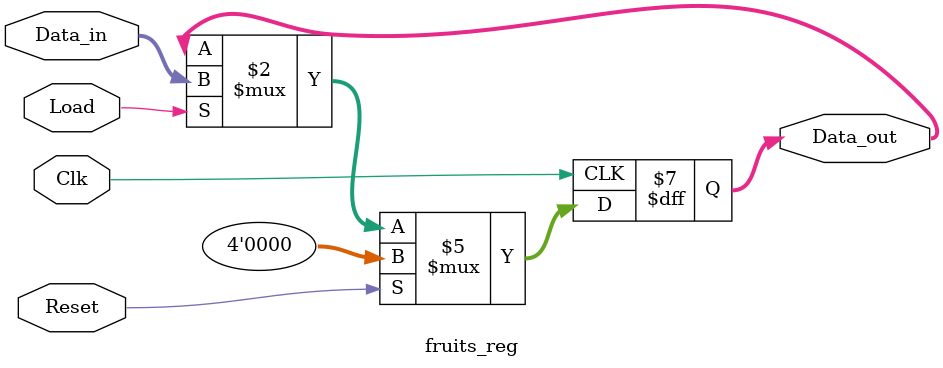
<source format=sv>
module fruits_reg (input Clk, Reset, Load,
					input [3:0] Data_in,
					output logic [3:0] Data_out
);

			always_ff @(posedge Clk)
			begin
				if(Reset)
					Data_out <= 4'b0000;
				else if(Load)
					Data_out <= Data_in;

			end
					
endmodule
</source>
